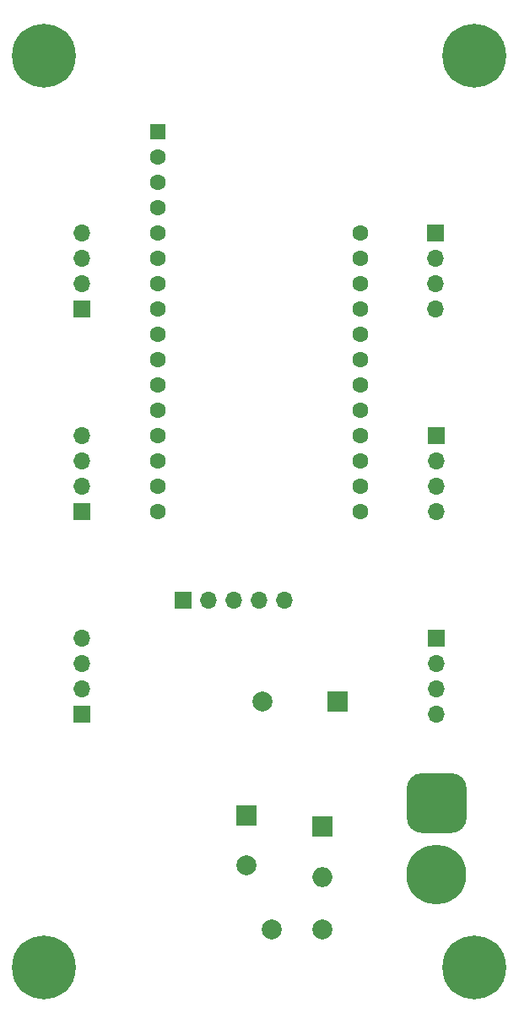
<source format=gbs>
G04 #@! TF.GenerationSoftware,KiCad,Pcbnew,(5.1.10)-1*
G04 #@! TF.CreationDate,2022-02-12T13:03:44-05:00*
G04 #@! TF.ProjectId,M5_BuggyProject,4d355f42-7567-4677-9950-726f6a656374,v1.0*
G04 #@! TF.SameCoordinates,Original*
G04 #@! TF.FileFunction,Soldermask,Bot*
G04 #@! TF.FilePolarity,Negative*
%FSLAX46Y46*%
G04 Gerber Fmt 4.6, Leading zero omitted, Abs format (unit mm)*
G04 Created by KiCad (PCBNEW (5.1.10)-1) date 2022-02-12 13:03:44*
%MOMM*%
%LPD*%
G01*
G04 APERTURE LIST*
%ADD10C,1.600000*%
%ADD11R,1.600000X1.600000*%
%ADD12R,1.700000X1.700000*%
%ADD13O,1.700000X1.700000*%
%ADD14R,2.000000X2.000000*%
%ADD15C,2.000000*%
%ADD16O,2.000000X2.000000*%
%ADD17C,6.000000*%
%ADD18C,6.400000*%
%ADD19C,0.800000*%
G04 APERTURE END LIST*
D10*
G04 #@! TO.C,A1*
X86868000Y-75946000D03*
X86868000Y-73406000D03*
X86868000Y-70866000D03*
X86868000Y-68326000D03*
X86868000Y-65786000D03*
X86868000Y-63246000D03*
X86868000Y-60706000D03*
X86868000Y-58166000D03*
X86868000Y-55626000D03*
X86868000Y-53086000D03*
X86868000Y-50546000D03*
X86868000Y-48006000D03*
X86868000Y-45466000D03*
X86868000Y-42926000D03*
X86868000Y-40386000D03*
D11*
X86868000Y-37846000D03*
D10*
X107188000Y-48006000D03*
X107188000Y-50546000D03*
X107188000Y-53086000D03*
X107188000Y-55626000D03*
X107188000Y-58166000D03*
X107188000Y-60706000D03*
X107188000Y-63246000D03*
X107188000Y-65786000D03*
X107188000Y-68326000D03*
X107188000Y-70866000D03*
X107188000Y-73406000D03*
X107188000Y-75946000D03*
G04 #@! TD*
D12*
G04 #@! TO.C,A7*
X79248000Y-96266000D03*
D13*
X79248000Y-93726000D03*
X79248000Y-91186000D03*
X79248000Y-88646000D03*
G04 #@! TD*
D14*
G04 #@! TO.C,C1*
X95758000Y-106426000D03*
D15*
X95758000Y-111426000D03*
G04 #@! TD*
D14*
G04 #@! TO.C,D1*
X103352600Y-107530000D03*
D16*
X103352600Y-112610000D03*
G04 #@! TD*
D13*
G04 #@! TO.C,A6*
X79248000Y-68326000D03*
X79248000Y-70866000D03*
X79248000Y-73406000D03*
D12*
X79248000Y-75946000D03*
G04 #@! TD*
D13*
G04 #@! TO.C,A4*
X114808000Y-96266000D03*
X114808000Y-93726000D03*
X114808000Y-91186000D03*
D12*
X114808000Y-88646000D03*
G04 #@! TD*
D13*
G04 #@! TO.C,A2*
X114703001Y-55626000D03*
X114703001Y-53086000D03*
X114703001Y-50546000D03*
D12*
X114703001Y-48006000D03*
G04 #@! TD*
G04 #@! TO.C,A3*
X114808000Y-68326000D03*
D13*
X114808000Y-70866000D03*
X114808000Y-73406000D03*
X114808000Y-75946000D03*
G04 #@! TD*
D12*
G04 #@! TO.C,A5*
X79248000Y-55626000D03*
D13*
X79248000Y-53086000D03*
X79248000Y-50546000D03*
X79248000Y-48006000D03*
G04 #@! TD*
D17*
G04 #@! TO.C,J1*
X114808000Y-112356000D03*
G36*
G01*
X113308000Y-102156000D02*
X116308000Y-102156000D01*
G75*
G02*
X117808000Y-103656000I0J-1500000D01*
G01*
X117808000Y-106656000D01*
G75*
G02*
X116308000Y-108156000I-1500000J0D01*
G01*
X113308000Y-108156000D01*
G75*
G02*
X111808000Y-106656000I0J1500000D01*
G01*
X111808000Y-103656000D01*
G75*
G02*
X113308000Y-102156000I1500000J0D01*
G01*
G37*
G04 #@! TD*
D18*
G04 #@! TO.C,H1*
X75438000Y-30226000D03*
D19*
X77838000Y-30226000D03*
X77135056Y-31923056D03*
X75438000Y-32626000D03*
X73740944Y-31923056D03*
X73038000Y-30226000D03*
X73740944Y-28528944D03*
X75438000Y-27826000D03*
X77135056Y-28528944D03*
G04 #@! TD*
G04 #@! TO.C,H2*
X120315056Y-28528944D03*
X118618000Y-27826000D03*
X116920944Y-28528944D03*
X116218000Y-30226000D03*
X116920944Y-31923056D03*
X118618000Y-32626000D03*
X120315056Y-31923056D03*
X121018000Y-30226000D03*
D18*
X118618000Y-30226000D03*
G04 #@! TD*
D19*
G04 #@! TO.C,H3*
X120315056Y-119968944D03*
X118618000Y-119266000D03*
X116920944Y-119968944D03*
X116218000Y-121666000D03*
X116920944Y-123363056D03*
X118618000Y-124066000D03*
X120315056Y-123363056D03*
X121018000Y-121666000D03*
D18*
X118618000Y-121666000D03*
G04 #@! TD*
G04 #@! TO.C,H4*
X75438000Y-121666000D03*
D19*
X77838000Y-121666000D03*
X77135056Y-123363056D03*
X75438000Y-124066000D03*
X73740944Y-123363056D03*
X73038000Y-121666000D03*
X73740944Y-119968944D03*
X75438000Y-119266000D03*
X77135056Y-119968944D03*
G04 #@! TD*
D14*
G04 #@! TO.C,BZ1*
X104902000Y-94996000D03*
D15*
X97302000Y-94996000D03*
G04 #@! TD*
G04 #@! TO.C,J2*
X103352600Y-117856000D03*
G04 #@! TD*
G04 #@! TO.C,J3*
X98298000Y-117831001D03*
G04 #@! TD*
D12*
G04 #@! TO.C,J4*
X89408000Y-84836000D03*
D13*
X91948000Y-84836000D03*
X94488000Y-84836000D03*
X97028000Y-84836000D03*
X99568000Y-84836000D03*
G04 #@! TD*
M02*

</source>
